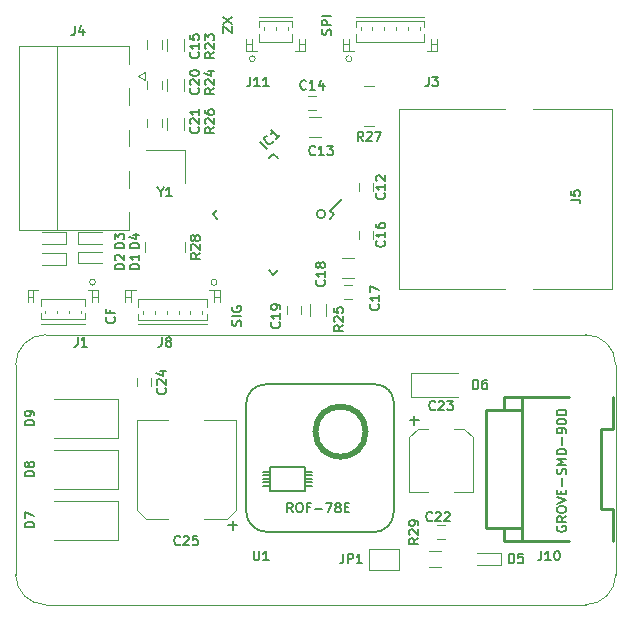
<source format=gbr>
G04 #@! TF.GenerationSoftware,KiCad,Pcbnew,(2017-06-19 revision 6733101c6)-makepkg*
G04 #@! TF.CreationDate,2017-07-31T00:47:17+09:30*
G04 #@! TF.ProjectId,ATM90E3x_fw,41544D39304533785F66772E6B696361,rev?*
G04 #@! TF.SameCoordinates,Original
G04 #@! TF.FileFunction,Legend,Top*
G04 #@! TF.FilePolarity,Positive*
%FSLAX46Y46*%
G04 Gerber Fmt 4.6, Leading zero omitted, Abs format (unit mm)*
G04 Created by KiCad (PCBNEW (2017-06-19 revision 6733101c6)-makepkg) date 07/31/17 00:47:17*
%MOMM*%
%LPD*%
G01*
G04 APERTURE LIST*
%ADD10C,0.100000*%
%ADD11C,0.200000*%
%ADD12C,0.120000*%
%ADD13C,0.254000*%
%ADD14C,0.127000*%
%ADD15C,0.500000*%
%ADD16C,0.150000*%
G04 APERTURE END LIST*
D10*
D11*
X115347714Y-67151238D02*
X115385809Y-67189333D01*
X115423904Y-67303619D01*
X115423904Y-67379809D01*
X115385809Y-67494095D01*
X115309619Y-67570285D01*
X115233428Y-67608380D01*
X115081047Y-67646476D01*
X114966761Y-67646476D01*
X114814380Y-67608380D01*
X114738190Y-67570285D01*
X114662000Y-67494095D01*
X114623904Y-67379809D01*
X114623904Y-67303619D01*
X114662000Y-67189333D01*
X114700095Y-67151238D01*
X115004857Y-66541714D02*
X115004857Y-66808380D01*
X115423904Y-66808380D02*
X114623904Y-66808380D01*
X114623904Y-66427428D01*
X126053809Y-67875047D02*
X126091904Y-67760761D01*
X126091904Y-67570285D01*
X126053809Y-67494095D01*
X126015714Y-67456000D01*
X125939523Y-67417904D01*
X125863333Y-67417904D01*
X125787142Y-67456000D01*
X125749047Y-67494095D01*
X125710952Y-67570285D01*
X125672857Y-67722666D01*
X125634761Y-67798857D01*
X125596666Y-67836952D01*
X125520476Y-67875047D01*
X125444285Y-67875047D01*
X125368095Y-67836952D01*
X125330000Y-67798857D01*
X125291904Y-67722666D01*
X125291904Y-67532190D01*
X125330000Y-67417904D01*
X126091904Y-67075047D02*
X125291904Y-67075047D01*
X125330000Y-66275047D02*
X125291904Y-66351238D01*
X125291904Y-66465523D01*
X125330000Y-66579809D01*
X125406190Y-66656000D01*
X125482380Y-66694095D01*
X125634761Y-66732190D01*
X125749047Y-66732190D01*
X125901428Y-66694095D01*
X125977619Y-66656000D01*
X126053809Y-66579809D01*
X126091904Y-66465523D01*
X126091904Y-66389333D01*
X126053809Y-66275047D01*
X126015714Y-66236952D01*
X125749047Y-66236952D01*
X125749047Y-66389333D01*
X124529904Y-43065619D02*
X124529904Y-42532285D01*
X125329904Y-43065619D01*
X125329904Y-42532285D01*
X124529904Y-42303714D02*
X125329904Y-41770380D01*
X124529904Y-41770380D02*
X125329904Y-42303714D01*
X133673809Y-43237047D02*
X133711904Y-43122761D01*
X133711904Y-42932285D01*
X133673809Y-42856095D01*
X133635714Y-42818000D01*
X133559523Y-42779904D01*
X133483333Y-42779904D01*
X133407142Y-42818000D01*
X133369047Y-42856095D01*
X133330952Y-42932285D01*
X133292857Y-43084666D01*
X133254761Y-43160857D01*
X133216666Y-43198952D01*
X133140476Y-43237047D01*
X133064285Y-43237047D01*
X132988095Y-43198952D01*
X132950000Y-43160857D01*
X132911904Y-43084666D01*
X132911904Y-42894190D01*
X132950000Y-42779904D01*
X133711904Y-42437047D02*
X132911904Y-42437047D01*
X132911904Y-42132285D01*
X132950000Y-42056095D01*
X132988095Y-42018000D01*
X133064285Y-41979904D01*
X133178571Y-41979904D01*
X133254761Y-42018000D01*
X133292857Y-42056095D01*
X133330952Y-42132285D01*
X133330952Y-42437047D01*
X133711904Y-41637047D02*
X132911904Y-41637047D01*
X133201210Y-58420000D02*
G75*
G03X133201210Y-58420000I-359210J0D01*
G01*
D12*
X117916000Y-46436000D02*
X117916000Y-47036000D01*
X117316000Y-46736000D02*
X117916000Y-46436000D01*
X117916000Y-47036000D02*
X117316000Y-46736000D01*
X110516000Y-44206000D02*
X110516000Y-59766000D01*
X116596000Y-54786000D02*
X116596000Y-56186000D01*
X116596000Y-51286000D02*
X116596000Y-52686000D01*
X116596000Y-47786000D02*
X116596000Y-49186000D01*
X116596000Y-59766000D02*
X116596000Y-58286000D01*
X116596000Y-44206000D02*
X116596000Y-45686000D01*
X107236000Y-59766000D02*
X116596000Y-59766000D01*
X107236000Y-44206000D02*
X107236000Y-59766000D01*
X116596000Y-44206000D02*
X107236000Y-44206000D01*
X109492000Y-66841000D02*
X109492000Y-66641000D01*
X110492000Y-66841000D02*
X110492000Y-66641000D01*
X111492000Y-66841000D02*
X111492000Y-66641000D01*
X112492000Y-66841000D02*
X112492000Y-66641000D01*
X109092000Y-65591000D02*
X109092000Y-66241000D01*
X112892000Y-65591000D02*
X109092000Y-65591000D01*
X112892000Y-66241000D02*
X112892000Y-65591000D01*
X109092000Y-67341000D02*
X109092000Y-66841000D01*
X112892000Y-67341000D02*
X109092000Y-67341000D01*
X112892000Y-66841000D02*
X112892000Y-67341000D01*
X107992000Y-65441000D02*
X108492000Y-65441000D01*
X107992000Y-65441000D02*
X107992000Y-65441000D01*
X108492000Y-65441000D02*
X107992000Y-65441000D01*
X108492000Y-65441000D02*
X108492000Y-65441000D01*
X108492000Y-64841000D02*
X108492000Y-64841000D01*
X108492000Y-65841000D02*
X108492000Y-64841000D01*
X108492000Y-65841000D02*
X108492000Y-65841000D01*
X108492000Y-64841000D02*
X108492000Y-65841000D01*
X107992000Y-64841000D02*
X108892000Y-64841000D01*
X107992000Y-65841000D02*
X107992000Y-64841000D01*
X113992000Y-65441000D02*
X113492000Y-65441000D01*
X113992000Y-65441000D02*
X113992000Y-65441000D01*
X113492000Y-65441000D02*
X113992000Y-65441000D01*
X113492000Y-65441000D02*
X113492000Y-65441000D01*
X113492000Y-64841000D02*
X113492000Y-64841000D01*
X113492000Y-65841000D02*
X113492000Y-64841000D01*
X113492000Y-65841000D02*
X113492000Y-65841000D01*
X113492000Y-64841000D02*
X113492000Y-65841000D01*
X113992000Y-64841000D02*
X113092000Y-64841000D01*
X113992000Y-65841000D02*
X113992000Y-64841000D01*
X112892000Y-67741000D02*
X109092000Y-67741000D01*
X113742000Y-64191000D02*
G75*
G03X113742000Y-64191000I-250000J0D01*
G01*
X124029000Y-64206000D02*
G75*
G03X124029000Y-64206000I-250000J0D01*
G01*
X123179000Y-67756000D02*
X117379000Y-67756000D01*
X124279000Y-65856000D02*
X124279000Y-64856000D01*
X124279000Y-64856000D02*
X123379000Y-64856000D01*
X123779000Y-64856000D02*
X123779000Y-65856000D01*
X123779000Y-65856000D02*
X123779000Y-65856000D01*
X123779000Y-65856000D02*
X123779000Y-64856000D01*
X123779000Y-64856000D02*
X123779000Y-64856000D01*
X123779000Y-65456000D02*
X123779000Y-65456000D01*
X123779000Y-65456000D02*
X124279000Y-65456000D01*
X124279000Y-65456000D02*
X124279000Y-65456000D01*
X124279000Y-65456000D02*
X123779000Y-65456000D01*
X116279000Y-65856000D02*
X116279000Y-64856000D01*
X116279000Y-64856000D02*
X117179000Y-64856000D01*
X116779000Y-64856000D02*
X116779000Y-65856000D01*
X116779000Y-65856000D02*
X116779000Y-65856000D01*
X116779000Y-65856000D02*
X116779000Y-64856000D01*
X116779000Y-64856000D02*
X116779000Y-64856000D01*
X116779000Y-65456000D02*
X116779000Y-65456000D01*
X116779000Y-65456000D02*
X116279000Y-65456000D01*
X116279000Y-65456000D02*
X116279000Y-65456000D01*
X116279000Y-65456000D02*
X116779000Y-65456000D01*
X123179000Y-66856000D02*
X123179000Y-67356000D01*
X123179000Y-67356000D02*
X117379000Y-67356000D01*
X117379000Y-67356000D02*
X117379000Y-66856000D01*
X123179000Y-66256000D02*
X123179000Y-65606000D01*
X123179000Y-65606000D02*
X117379000Y-65606000D01*
X117379000Y-65606000D02*
X117379000Y-66256000D01*
X122779000Y-66856000D02*
X122779000Y-66656000D01*
X121779000Y-66856000D02*
X121779000Y-66656000D01*
X120779000Y-66856000D02*
X120779000Y-66656000D01*
X119779000Y-66856000D02*
X119779000Y-66656000D01*
X118779000Y-66856000D02*
X118779000Y-66656000D01*
X117779000Y-66856000D02*
X117779000Y-66656000D01*
X141194000Y-42618000D02*
X141194000Y-42818000D01*
X140194000Y-42618000D02*
X140194000Y-42818000D01*
X139194000Y-42618000D02*
X139194000Y-42818000D01*
X138194000Y-42618000D02*
X138194000Y-42818000D01*
X137194000Y-42618000D02*
X137194000Y-42818000D01*
X136194000Y-42618000D02*
X136194000Y-42818000D01*
X141594000Y-43868000D02*
X141594000Y-43218000D01*
X135794000Y-43868000D02*
X141594000Y-43868000D01*
X135794000Y-43218000D02*
X135794000Y-43868000D01*
X141594000Y-42118000D02*
X141594000Y-42618000D01*
X135794000Y-42118000D02*
X141594000Y-42118000D01*
X135794000Y-42618000D02*
X135794000Y-42118000D01*
X142694000Y-44018000D02*
X142194000Y-44018000D01*
X142694000Y-44018000D02*
X142694000Y-44018000D01*
X142194000Y-44018000D02*
X142694000Y-44018000D01*
X142194000Y-44018000D02*
X142194000Y-44018000D01*
X142194000Y-44618000D02*
X142194000Y-44618000D01*
X142194000Y-43618000D02*
X142194000Y-44618000D01*
X142194000Y-43618000D02*
X142194000Y-43618000D01*
X142194000Y-44618000D02*
X142194000Y-43618000D01*
X142694000Y-44618000D02*
X141794000Y-44618000D01*
X142694000Y-43618000D02*
X142694000Y-44618000D01*
X134694000Y-44018000D02*
X135194000Y-44018000D01*
X134694000Y-44018000D02*
X134694000Y-44018000D01*
X135194000Y-44018000D02*
X134694000Y-44018000D01*
X135194000Y-44018000D02*
X135194000Y-44018000D01*
X135194000Y-44618000D02*
X135194000Y-44618000D01*
X135194000Y-43618000D02*
X135194000Y-44618000D01*
X135194000Y-43618000D02*
X135194000Y-43618000D01*
X135194000Y-44618000D02*
X135194000Y-43618000D01*
X134694000Y-44618000D02*
X135594000Y-44618000D01*
X134694000Y-43618000D02*
X134694000Y-44618000D01*
X135794000Y-41718000D02*
X141594000Y-41718000D01*
X135444000Y-45268000D02*
G75*
G03X135444000Y-45268000I-250000J0D01*
G01*
X130018000Y-42618000D02*
X130018000Y-42818000D01*
X129018000Y-42618000D02*
X129018000Y-42818000D01*
X128018000Y-42618000D02*
X128018000Y-42818000D01*
X130418000Y-43868000D02*
X130418000Y-43218000D01*
X127618000Y-43868000D02*
X130418000Y-43868000D01*
X127618000Y-43218000D02*
X127618000Y-43868000D01*
X130418000Y-42118000D02*
X130418000Y-42618000D01*
X127618000Y-42118000D02*
X130418000Y-42118000D01*
X127618000Y-42618000D02*
X127618000Y-42118000D01*
X131518000Y-44018000D02*
X131018000Y-44018000D01*
X131518000Y-44018000D02*
X131518000Y-44018000D01*
X131018000Y-44018000D02*
X131518000Y-44018000D01*
X131018000Y-44018000D02*
X131018000Y-44018000D01*
X131018000Y-44618000D02*
X131018000Y-44618000D01*
X131018000Y-43618000D02*
X131018000Y-44618000D01*
X131018000Y-43618000D02*
X131018000Y-43618000D01*
X131018000Y-44618000D02*
X131018000Y-43618000D01*
X131518000Y-44618000D02*
X130618000Y-44618000D01*
X131518000Y-43618000D02*
X131518000Y-44618000D01*
X126518000Y-44018000D02*
X127018000Y-44018000D01*
X126518000Y-44018000D02*
X126518000Y-44018000D01*
X127018000Y-44018000D02*
X126518000Y-44018000D01*
X127018000Y-44018000D02*
X127018000Y-44018000D01*
X127018000Y-44618000D02*
X127018000Y-44618000D01*
X127018000Y-43618000D02*
X127018000Y-44618000D01*
X127018000Y-43618000D02*
X127018000Y-43618000D01*
X127018000Y-44618000D02*
X127018000Y-43618000D01*
X126518000Y-44618000D02*
X127418000Y-44618000D01*
X126518000Y-43618000D02*
X126518000Y-44618000D01*
X127618000Y-41718000D02*
X130418000Y-41718000D01*
X127268000Y-45268000D02*
G75*
G03X127268000Y-45268000I-250000J0D01*
G01*
X135644000Y-62142000D02*
X134644000Y-62142000D01*
X134644000Y-63842000D02*
X135644000Y-63842000D01*
X132850000Y-50204000D02*
X131850000Y-50204000D01*
X131850000Y-51904000D02*
X132850000Y-51904000D01*
X115636000Y-85978000D02*
X115636000Y-82678000D01*
X115636000Y-82678000D02*
X110236000Y-82678000D01*
X115636000Y-85978000D02*
X110236000Y-85978000D01*
X115668000Y-81660000D02*
X115668000Y-78360000D01*
X115668000Y-78360000D02*
X110268000Y-78360000D01*
X115668000Y-81660000D02*
X110268000Y-81660000D01*
X115668000Y-77342000D02*
X115668000Y-74042000D01*
X115668000Y-74042000D02*
X110268000Y-74042000D01*
X115668000Y-77342000D02*
X110268000Y-77342000D01*
D13*
X157535880Y-83408520D02*
X157535880Y-86009480D01*
X156535120Y-83408520D02*
X157535880Y-83408520D01*
X156535120Y-76611480D02*
X156535120Y-83408520D01*
X157535880Y-76611480D02*
X156535120Y-76611480D01*
X157535880Y-74010520D02*
X157535880Y-76611480D01*
X156535120Y-83408520D02*
X157535880Y-83408520D01*
X156535120Y-76611480D02*
X156535120Y-83408520D01*
X157535880Y-76611480D02*
X156535120Y-76611480D01*
X146837400Y-75011280D02*
X148534120Y-75011280D01*
X146837400Y-85008720D02*
X146837400Y-75011280D01*
X148435060Y-85008720D02*
X146837400Y-85008720D01*
X153799540Y-86108540D02*
X148435060Y-86108540D01*
X153799540Y-73911460D02*
X148534120Y-73911460D01*
X149834600Y-86108540D02*
X153799540Y-86108540D01*
X149834600Y-73911460D02*
X153799540Y-73911460D01*
X148336000Y-84983320D02*
X148336000Y-86062820D01*
X148336000Y-73957180D02*
X148336000Y-75036680D01*
X148336000Y-86108540D02*
X149834600Y-86108540D01*
X148336000Y-85008720D02*
X148336000Y-86108540D01*
X149834600Y-85008720D02*
X148336000Y-85008720D01*
X149834600Y-85008720D02*
X149834600Y-86108540D01*
X149834600Y-75011280D02*
X149834600Y-85008720D01*
X148336000Y-75011280D02*
X149834600Y-75011280D01*
X148336000Y-73911460D02*
X148336000Y-75011280D01*
X149834600Y-73911460D02*
X148336000Y-73911460D01*
X157535880Y-83408520D02*
X157535880Y-86108540D01*
X157535880Y-73911460D02*
X157535880Y-76611480D01*
X149834600Y-73911460D02*
X149834600Y-75011280D01*
D12*
X140332000Y-81918000D02*
X141882000Y-81918000D01*
X145672000Y-81918000D02*
X144122000Y-81918000D01*
X141092000Y-76578000D02*
X141882000Y-76578000D01*
X144912000Y-76578000D02*
X144122000Y-76578000D01*
X145672000Y-81918000D02*
X145672000Y-77338000D01*
X145672000Y-77338000D02*
X144912000Y-76578000D01*
X141092000Y-76578000D02*
X140332000Y-77338000D01*
X140332000Y-77338000D02*
X140332000Y-81918000D01*
X125602000Y-75820000D02*
X122922000Y-75820000D01*
X117222000Y-75820000D02*
X119902000Y-75820000D01*
X117982000Y-84200000D02*
X119902000Y-84200000D01*
X124842000Y-84200000D02*
X122922000Y-84200000D01*
X125602000Y-75820000D02*
X125602000Y-83440000D01*
X125602000Y-83440000D02*
X124842000Y-84200000D01*
X117982000Y-84200000D02*
X117222000Y-83440000D01*
X117222000Y-83440000D02*
X117222000Y-75820000D01*
X142652000Y-84744000D02*
X143352000Y-84744000D01*
X143352000Y-85944000D02*
X142652000Y-85944000D01*
X118456000Y-72294000D02*
X118456000Y-72994000D01*
X117256000Y-72994000D02*
X117256000Y-72294000D01*
X139446000Y-86740000D02*
X136906000Y-86740000D01*
X136906000Y-88520000D02*
X139446000Y-88520000D01*
X136906000Y-88520000D02*
X136906000Y-86740000D01*
X139446000Y-86740000D02*
X139446000Y-88520000D01*
X157476000Y-64799000D02*
X157476000Y-49559000D01*
X139446000Y-49559000D02*
X148436000Y-49569000D01*
X139446000Y-49559000D02*
X139446000Y-64799000D01*
X139446000Y-64799000D02*
X148446000Y-64799000D01*
X150776000Y-49569000D02*
X157476000Y-49559000D01*
X150766000Y-64799000D02*
X157476000Y-64799000D01*
X136506000Y-47556000D02*
X137306000Y-47556000D01*
X136506000Y-50996000D02*
X137306000Y-50996000D01*
X140498000Y-71898000D02*
X140498000Y-73898000D01*
X140498000Y-73898000D02*
X144398000Y-73898000D01*
X140498000Y-71898000D02*
X144398000Y-71898000D01*
X148112000Y-88130000D02*
X148112000Y-87130000D01*
X148112000Y-87130000D02*
X146012000Y-87130000D01*
X148112000Y-88130000D02*
X146012000Y-88130000D01*
X142994000Y-88310000D02*
X141994000Y-88310000D01*
X141994000Y-86950000D02*
X142994000Y-86950000D01*
X117914000Y-61614000D02*
X117914000Y-60814000D01*
X121354000Y-61614000D02*
X121354000Y-60814000D01*
D10*
X109525000Y-91490800D02*
X155245000Y-91490800D01*
X157785000Y-88950800D02*
X157785000Y-71170800D01*
X155245000Y-68630800D02*
X109525000Y-68630800D01*
X106985000Y-71170800D02*
X106985000Y-88950800D01*
X155245000Y-91490800D02*
G75*
G03X157785000Y-88950800I0J2540000D01*
G01*
X157785000Y-71170800D02*
G75*
G03X155245000Y-68630800I-2540000J0D01*
G01*
X109525000Y-68630800D02*
G75*
G03X106985000Y-71170800I0J-2540000D01*
G01*
X106985000Y-88950800D02*
G75*
G03X109525000Y-91490800I2540000J0D01*
G01*
D12*
X131742000Y-48422000D02*
X132442000Y-48422000D01*
X132442000Y-49622000D02*
X131742000Y-49622000D01*
X118145000Y-44407000D02*
X118145000Y-43707000D01*
X119345000Y-43707000D02*
X119345000Y-44407000D01*
X136052000Y-60536000D02*
X136052000Y-59836000D01*
X137252000Y-59836000D02*
X137252000Y-60536000D01*
X134778000Y-64424000D02*
X135478000Y-64424000D01*
X135478000Y-65624000D02*
X134778000Y-65624000D01*
X131156000Y-66186000D02*
X131156000Y-66886000D01*
X129956000Y-66886000D02*
X129956000Y-66186000D01*
X118145000Y-51035000D02*
X118145000Y-50335000D01*
X119345000Y-50335000D02*
X119345000Y-51035000D01*
X136052000Y-56496000D02*
X136052000Y-55796000D01*
X137252000Y-55796000D02*
X137252000Y-56496000D01*
X118145000Y-47860000D02*
X118145000Y-47160000D01*
X119345000Y-47160000D02*
X119345000Y-47860000D01*
X121284000Y-55756000D02*
X121284000Y-52956000D01*
X121284000Y-52956000D02*
X117984000Y-52956000D01*
X119843000Y-44581000D02*
X119843000Y-43581000D01*
X121203000Y-43581000D02*
X121203000Y-44581000D01*
X119843000Y-47986000D02*
X119843000Y-46986000D01*
X121203000Y-46986000D02*
X121203000Y-47986000D01*
X133268000Y-66060000D02*
X133268000Y-67060000D01*
X131908000Y-67060000D02*
X131908000Y-66060000D01*
X119843000Y-51288000D02*
X119843000Y-50288000D01*
X121203000Y-50288000D02*
X121203000Y-51288000D01*
D14*
X127892000Y-81444000D02*
X128492000Y-81444000D01*
X127892000Y-81144000D02*
X128492000Y-81144000D01*
X127892000Y-80844000D02*
X128492000Y-80844000D01*
X127892000Y-80544000D02*
X128492000Y-80544000D01*
X127892000Y-80244000D02*
X128492000Y-80244000D01*
X131492000Y-81444000D02*
X132092000Y-81444000D01*
X131492000Y-81144000D02*
X132092000Y-81144000D01*
X131492000Y-80844000D02*
X132092000Y-80844000D01*
X131492000Y-80544000D02*
X132092000Y-80544000D01*
X131492000Y-80244000D02*
X132092000Y-80244000D01*
X128492000Y-80244000D02*
X128492000Y-79844000D01*
X128492000Y-81144000D02*
X128492000Y-80244000D01*
X128492000Y-81444000D02*
X128492000Y-81144000D01*
X128492000Y-81844000D02*
X128492000Y-81444000D01*
X131492000Y-81844000D02*
X128492000Y-81844000D01*
X131492000Y-81444000D02*
X131492000Y-81844000D01*
X131492000Y-81144000D02*
X131492000Y-81444000D01*
X131492000Y-80844000D02*
X131492000Y-81144000D01*
X131492000Y-80544000D02*
X131492000Y-80844000D01*
X131492000Y-80244000D02*
X131492000Y-80544000D01*
X131492000Y-79844000D02*
X131492000Y-80244000D01*
X128492000Y-79844000D02*
X131492000Y-79844000D01*
D15*
X136613300Y-76844000D02*
G75*
G03X136613300Y-76844000I-2121300J0D01*
G01*
D14*
X128288050Y-85344000D02*
G75*
G02X126492000Y-83547950I0J1796050D01*
G01*
X137331300Y-85344000D02*
X128288050Y-85344000D01*
X138991980Y-83683320D02*
G75*
G02X137331300Y-85344000I-1660680J0D01*
G01*
X138992000Y-74357200D02*
X138992000Y-83683340D01*
X137478800Y-72844000D02*
G75*
G02X138992000Y-74357200I0J-1513200D01*
G01*
X128152660Y-72844000D02*
X137478800Y-72844000D01*
X126491980Y-74504720D02*
G75*
G02X128152660Y-72844000I1660700J20D01*
G01*
X126492000Y-83547950D02*
X126492000Y-74504700D01*
D12*
X112238000Y-59952000D02*
X112238000Y-60952000D01*
X112238000Y-60952000D02*
X114338000Y-60952000D01*
X112238000Y-59952000D02*
X114338000Y-59952000D01*
X111282000Y-60952000D02*
X111282000Y-59952000D01*
X111282000Y-59952000D02*
X109182000Y-59952000D01*
X111282000Y-60952000D02*
X109182000Y-60952000D01*
X111282000Y-62730000D02*
X111282000Y-61730000D01*
X111282000Y-61730000D02*
X109182000Y-61730000D01*
X111282000Y-62730000D02*
X109182000Y-62730000D01*
X112238000Y-61603000D02*
X112238000Y-62603000D01*
X112238000Y-62603000D02*
X114338000Y-62603000D01*
X112238000Y-61603000D02*
X114338000Y-61603000D01*
D16*
X133937524Y-58442800D02*
X133637004Y-58142280D01*
X128811000Y-63569324D02*
X128439769Y-63198093D01*
X123684476Y-58442800D02*
X124055707Y-58814031D01*
X128811000Y-53316276D02*
X129182231Y-53687507D01*
X133937524Y-58442800D02*
X133566293Y-58814031D01*
X128811000Y-53316276D02*
X128439769Y-53687507D01*
X123684476Y-58442800D02*
X124055707Y-58071569D01*
X128811000Y-63569324D02*
X129182231Y-63198093D01*
X133637004Y-58142280D02*
X134609276Y-57170008D01*
D11*
X112001333Y-42487904D02*
X112001333Y-43059333D01*
X111963238Y-43173619D01*
X111887047Y-43249809D01*
X111772761Y-43287904D01*
X111696571Y-43287904D01*
X112725142Y-42754571D02*
X112725142Y-43287904D01*
X112534666Y-42449809D02*
X112344190Y-43021238D01*
X112839428Y-43021238D01*
X112225333Y-68840404D02*
X112225333Y-69411833D01*
X112187238Y-69526119D01*
X112111047Y-69602309D01*
X111996761Y-69640404D01*
X111920571Y-69640404D01*
X113025333Y-69640404D02*
X112568190Y-69640404D01*
X112796761Y-69640404D02*
X112796761Y-68840404D01*
X112720571Y-68954690D01*
X112644380Y-69030880D01*
X112568190Y-69068976D01*
X119367333Y-68855404D02*
X119367333Y-69426833D01*
X119329238Y-69541119D01*
X119253047Y-69617309D01*
X119138761Y-69655404D01*
X119062571Y-69655404D01*
X119862571Y-69198261D02*
X119786380Y-69160166D01*
X119748285Y-69122071D01*
X119710190Y-69045880D01*
X119710190Y-69007785D01*
X119748285Y-68931595D01*
X119786380Y-68893500D01*
X119862571Y-68855404D01*
X120014952Y-68855404D01*
X120091142Y-68893500D01*
X120129238Y-68931595D01*
X120167333Y-69007785D01*
X120167333Y-69045880D01*
X120129238Y-69122071D01*
X120091142Y-69160166D01*
X120014952Y-69198261D01*
X119862571Y-69198261D01*
X119786380Y-69236357D01*
X119748285Y-69274452D01*
X119710190Y-69350642D01*
X119710190Y-69503023D01*
X119748285Y-69579214D01*
X119786380Y-69617309D01*
X119862571Y-69655404D01*
X120014952Y-69655404D01*
X120091142Y-69617309D01*
X120129238Y-69579214D01*
X120167333Y-69503023D01*
X120167333Y-69350642D01*
X120129238Y-69274452D01*
X120091142Y-69236357D01*
X120014952Y-69198261D01*
X141973333Y-46805904D02*
X141973333Y-47377333D01*
X141935238Y-47491619D01*
X141859047Y-47567809D01*
X141744761Y-47605904D01*
X141668571Y-47605904D01*
X142278095Y-46805904D02*
X142773333Y-46805904D01*
X142506666Y-47110666D01*
X142620952Y-47110666D01*
X142697142Y-47148761D01*
X142735238Y-47186857D01*
X142773333Y-47263047D01*
X142773333Y-47453523D01*
X142735238Y-47529714D01*
X142697142Y-47567809D01*
X142620952Y-47605904D01*
X142392380Y-47605904D01*
X142316190Y-47567809D01*
X142278095Y-47529714D01*
X126860380Y-46805904D02*
X126860380Y-47377333D01*
X126822285Y-47491619D01*
X126746095Y-47567809D01*
X126631809Y-47605904D01*
X126555619Y-47605904D01*
X127660380Y-47605904D02*
X127203238Y-47605904D01*
X127431809Y-47605904D02*
X127431809Y-46805904D01*
X127355619Y-46920190D01*
X127279428Y-46996380D01*
X127203238Y-47034476D01*
X128422285Y-47605904D02*
X127965142Y-47605904D01*
X128193714Y-47605904D02*
X128193714Y-46805904D01*
X128117523Y-46920190D01*
X128041333Y-46996380D01*
X127965142Y-47034476D01*
X133127714Y-64014285D02*
X133165809Y-64052380D01*
X133203904Y-64166666D01*
X133203904Y-64242857D01*
X133165809Y-64357142D01*
X133089619Y-64433333D01*
X133013428Y-64471428D01*
X132861047Y-64509523D01*
X132746761Y-64509523D01*
X132594380Y-64471428D01*
X132518190Y-64433333D01*
X132442000Y-64357142D01*
X132403904Y-64242857D01*
X132403904Y-64166666D01*
X132442000Y-64052380D01*
X132480095Y-64014285D01*
X133203904Y-63252380D02*
X133203904Y-63709523D01*
X133203904Y-63480952D02*
X132403904Y-63480952D01*
X132518190Y-63557142D01*
X132594380Y-63633333D01*
X132632476Y-63709523D01*
X132746761Y-62795238D02*
X132708666Y-62871428D01*
X132670571Y-62909523D01*
X132594380Y-62947619D01*
X132556285Y-62947619D01*
X132480095Y-62909523D01*
X132442000Y-62871428D01*
X132403904Y-62795238D01*
X132403904Y-62642857D01*
X132442000Y-62566666D01*
X132480095Y-62528571D01*
X132556285Y-62490476D01*
X132594380Y-62490476D01*
X132670571Y-62528571D01*
X132708666Y-62566666D01*
X132746761Y-62642857D01*
X132746761Y-62795238D01*
X132784857Y-62871428D01*
X132822952Y-62909523D01*
X132899142Y-62947619D01*
X133051523Y-62947619D01*
X133127714Y-62909523D01*
X133165809Y-62871428D01*
X133203904Y-62795238D01*
X133203904Y-62642857D01*
X133165809Y-62566666D01*
X133127714Y-62528571D01*
X133051523Y-62490476D01*
X132899142Y-62490476D01*
X132822952Y-62528571D01*
X132784857Y-62566666D01*
X132746761Y-62642857D01*
X132327714Y-53371714D02*
X132289619Y-53409809D01*
X132175333Y-53447904D01*
X132099142Y-53447904D01*
X131984857Y-53409809D01*
X131908666Y-53333619D01*
X131870571Y-53257428D01*
X131832476Y-53105047D01*
X131832476Y-52990761D01*
X131870571Y-52838380D01*
X131908666Y-52762190D01*
X131984857Y-52686000D01*
X132099142Y-52647904D01*
X132175333Y-52647904D01*
X132289619Y-52686000D01*
X132327714Y-52724095D01*
X133089619Y-53447904D02*
X132632476Y-53447904D01*
X132861047Y-53447904D02*
X132861047Y-52647904D01*
X132784857Y-52762190D01*
X132708666Y-52838380D01*
X132632476Y-52876476D01*
X133356285Y-52647904D02*
X133851523Y-52647904D01*
X133584857Y-52952666D01*
X133699142Y-52952666D01*
X133775333Y-52990761D01*
X133813428Y-53028857D01*
X133851523Y-53105047D01*
X133851523Y-53295523D01*
X133813428Y-53371714D01*
X133775333Y-53409809D01*
X133699142Y-53447904D01*
X133470571Y-53447904D01*
X133394380Y-53409809D01*
X133356285Y-53371714D01*
X108565904Y-84918476D02*
X107765904Y-84918476D01*
X107765904Y-84728000D01*
X107804000Y-84613714D01*
X107880190Y-84537523D01*
X107956380Y-84499428D01*
X108108761Y-84461333D01*
X108223047Y-84461333D01*
X108375428Y-84499428D01*
X108451619Y-84537523D01*
X108527809Y-84613714D01*
X108565904Y-84728000D01*
X108565904Y-84918476D01*
X107765904Y-84194666D02*
X107765904Y-83661333D01*
X108565904Y-84004190D01*
X108565904Y-80600476D02*
X107765904Y-80600476D01*
X107765904Y-80410000D01*
X107804000Y-80295714D01*
X107880190Y-80219523D01*
X107956380Y-80181428D01*
X108108761Y-80143333D01*
X108223047Y-80143333D01*
X108375428Y-80181428D01*
X108451619Y-80219523D01*
X108527809Y-80295714D01*
X108565904Y-80410000D01*
X108565904Y-80600476D01*
X108108761Y-79686190D02*
X108070666Y-79762380D01*
X108032571Y-79800476D01*
X107956380Y-79838571D01*
X107918285Y-79838571D01*
X107842095Y-79800476D01*
X107804000Y-79762380D01*
X107765904Y-79686190D01*
X107765904Y-79533809D01*
X107804000Y-79457619D01*
X107842095Y-79419523D01*
X107918285Y-79381428D01*
X107956380Y-79381428D01*
X108032571Y-79419523D01*
X108070666Y-79457619D01*
X108108761Y-79533809D01*
X108108761Y-79686190D01*
X108146857Y-79762380D01*
X108184952Y-79800476D01*
X108261142Y-79838571D01*
X108413523Y-79838571D01*
X108489714Y-79800476D01*
X108527809Y-79762380D01*
X108565904Y-79686190D01*
X108565904Y-79533809D01*
X108527809Y-79457619D01*
X108489714Y-79419523D01*
X108413523Y-79381428D01*
X108261142Y-79381428D01*
X108184952Y-79419523D01*
X108146857Y-79457619D01*
X108108761Y-79533809D01*
X108565904Y-76282476D02*
X107765904Y-76282476D01*
X107765904Y-76092000D01*
X107804000Y-75977714D01*
X107880190Y-75901523D01*
X107956380Y-75863428D01*
X108108761Y-75825333D01*
X108223047Y-75825333D01*
X108375428Y-75863428D01*
X108451619Y-75901523D01*
X108527809Y-75977714D01*
X108565904Y-76092000D01*
X108565904Y-76282476D01*
X108565904Y-75444380D02*
X108565904Y-75292000D01*
X108527809Y-75215809D01*
X108489714Y-75177714D01*
X108375428Y-75101523D01*
X108223047Y-75063428D01*
X107918285Y-75063428D01*
X107842095Y-75101523D01*
X107804000Y-75139619D01*
X107765904Y-75215809D01*
X107765904Y-75368190D01*
X107804000Y-75444380D01*
X107842095Y-75482476D01*
X107918285Y-75520571D01*
X108108761Y-75520571D01*
X108184952Y-75482476D01*
X108223047Y-75444380D01*
X108261142Y-75368190D01*
X108261142Y-75215809D01*
X108223047Y-75139619D01*
X108184952Y-75101523D01*
X108108761Y-75063428D01*
X151498380Y-86937904D02*
X151498380Y-87509333D01*
X151460285Y-87623619D01*
X151384095Y-87699809D01*
X151269809Y-87737904D01*
X151193619Y-87737904D01*
X152298380Y-87737904D02*
X151841238Y-87737904D01*
X152069809Y-87737904D02*
X152069809Y-86937904D01*
X151993619Y-87052190D01*
X151917428Y-87128380D01*
X151841238Y-87166476D01*
X152793619Y-86937904D02*
X152869809Y-86937904D01*
X152946000Y-86976000D01*
X152984095Y-87014095D01*
X153022190Y-87090285D01*
X153060285Y-87242666D01*
X153060285Y-87433142D01*
X153022190Y-87585523D01*
X152984095Y-87661714D01*
X152946000Y-87699809D01*
X152869809Y-87737904D01*
X152793619Y-87737904D01*
X152717428Y-87699809D01*
X152679333Y-87661714D01*
X152641238Y-87585523D01*
X152603142Y-87433142D01*
X152603142Y-87242666D01*
X152641238Y-87090285D01*
X152679333Y-87014095D01*
X152717428Y-86976000D01*
X152793619Y-86937904D01*
X152825500Y-84841761D02*
X152787404Y-84917952D01*
X152787404Y-85032238D01*
X152825500Y-85146523D01*
X152901690Y-85222714D01*
X152977880Y-85260809D01*
X153130261Y-85298904D01*
X153244547Y-85298904D01*
X153396928Y-85260809D01*
X153473119Y-85222714D01*
X153549309Y-85146523D01*
X153587404Y-85032238D01*
X153587404Y-84956047D01*
X153549309Y-84841761D01*
X153511214Y-84803666D01*
X153244547Y-84803666D01*
X153244547Y-84956047D01*
X153587404Y-84003666D02*
X153206452Y-84270333D01*
X153587404Y-84460809D02*
X152787404Y-84460809D01*
X152787404Y-84156047D01*
X152825500Y-84079857D01*
X152863595Y-84041761D01*
X152939785Y-84003666D01*
X153054071Y-84003666D01*
X153130261Y-84041761D01*
X153168357Y-84079857D01*
X153206452Y-84156047D01*
X153206452Y-84460809D01*
X152787404Y-83508428D02*
X152787404Y-83356047D01*
X152825500Y-83279857D01*
X152901690Y-83203666D01*
X153054071Y-83165571D01*
X153320738Y-83165571D01*
X153473119Y-83203666D01*
X153549309Y-83279857D01*
X153587404Y-83356047D01*
X153587404Y-83508428D01*
X153549309Y-83584619D01*
X153473119Y-83660809D01*
X153320738Y-83698904D01*
X153054071Y-83698904D01*
X152901690Y-83660809D01*
X152825500Y-83584619D01*
X152787404Y-83508428D01*
X152787404Y-82937000D02*
X153587404Y-82670333D01*
X152787404Y-82403666D01*
X153168357Y-82137000D02*
X153168357Y-81870333D01*
X153587404Y-81756047D02*
X153587404Y-82137000D01*
X152787404Y-82137000D01*
X152787404Y-81756047D01*
X153282642Y-81413190D02*
X153282642Y-80803666D01*
X153549309Y-80460809D02*
X153587404Y-80346523D01*
X153587404Y-80156047D01*
X153549309Y-80079857D01*
X153511214Y-80041761D01*
X153435023Y-80003666D01*
X153358833Y-80003666D01*
X153282642Y-80041761D01*
X153244547Y-80079857D01*
X153206452Y-80156047D01*
X153168357Y-80308428D01*
X153130261Y-80384619D01*
X153092166Y-80422714D01*
X153015976Y-80460809D01*
X152939785Y-80460809D01*
X152863595Y-80422714D01*
X152825500Y-80384619D01*
X152787404Y-80308428D01*
X152787404Y-80117952D01*
X152825500Y-80003666D01*
X153587404Y-79660809D02*
X152787404Y-79660809D01*
X153358833Y-79394142D01*
X152787404Y-79127476D01*
X153587404Y-79127476D01*
X153587404Y-78746523D02*
X152787404Y-78746523D01*
X152787404Y-78556047D01*
X152825500Y-78441761D01*
X152901690Y-78365571D01*
X152977880Y-78327476D01*
X153130261Y-78289380D01*
X153244547Y-78289380D01*
X153396928Y-78327476D01*
X153473119Y-78365571D01*
X153549309Y-78441761D01*
X153587404Y-78556047D01*
X153587404Y-78746523D01*
X153282642Y-77946523D02*
X153282642Y-77337000D01*
X153587404Y-76917952D02*
X153587404Y-76765571D01*
X153549309Y-76689380D01*
X153511214Y-76651285D01*
X153396928Y-76575095D01*
X153244547Y-76537000D01*
X152939785Y-76537000D01*
X152863595Y-76575095D01*
X152825500Y-76613190D01*
X152787404Y-76689380D01*
X152787404Y-76841761D01*
X152825500Y-76917952D01*
X152863595Y-76956047D01*
X152939785Y-76994142D01*
X153130261Y-76994142D01*
X153206452Y-76956047D01*
X153244547Y-76917952D01*
X153282642Y-76841761D01*
X153282642Y-76689380D01*
X153244547Y-76613190D01*
X153206452Y-76575095D01*
X153130261Y-76537000D01*
X152787404Y-76041761D02*
X152787404Y-75965571D01*
X152825500Y-75889380D01*
X152863595Y-75851285D01*
X152939785Y-75813190D01*
X153092166Y-75775095D01*
X153282642Y-75775095D01*
X153435023Y-75813190D01*
X153511214Y-75851285D01*
X153549309Y-75889380D01*
X153587404Y-75965571D01*
X153587404Y-76041761D01*
X153549309Y-76117952D01*
X153511214Y-76156047D01*
X153435023Y-76194142D01*
X153282642Y-76232238D01*
X153092166Y-76232238D01*
X152939785Y-76194142D01*
X152863595Y-76156047D01*
X152825500Y-76117952D01*
X152787404Y-76041761D01*
X153587404Y-75432238D02*
X152787404Y-75432238D01*
X152787404Y-75241761D01*
X152825500Y-75127476D01*
X152901690Y-75051285D01*
X152977880Y-75013190D01*
X153130261Y-74975095D01*
X153244547Y-74975095D01*
X153396928Y-75013190D01*
X153473119Y-75051285D01*
X153549309Y-75127476D01*
X153587404Y-75241761D01*
X153587404Y-75432238D01*
X142487714Y-74961714D02*
X142449619Y-74999809D01*
X142335333Y-75037904D01*
X142259142Y-75037904D01*
X142144857Y-74999809D01*
X142068666Y-74923619D01*
X142030571Y-74847428D01*
X141992476Y-74695047D01*
X141992476Y-74580761D01*
X142030571Y-74428380D01*
X142068666Y-74352190D01*
X142144857Y-74276000D01*
X142259142Y-74237904D01*
X142335333Y-74237904D01*
X142449619Y-74276000D01*
X142487714Y-74314095D01*
X142792476Y-74314095D02*
X142830571Y-74276000D01*
X142906761Y-74237904D01*
X143097238Y-74237904D01*
X143173428Y-74276000D01*
X143211523Y-74314095D01*
X143249619Y-74390285D01*
X143249619Y-74466476D01*
X143211523Y-74580761D01*
X142754380Y-75037904D01*
X143249619Y-75037904D01*
X143516285Y-74237904D02*
X144011523Y-74237904D01*
X143744857Y-74542666D01*
X143859142Y-74542666D01*
X143935333Y-74580761D01*
X143973428Y-74618857D01*
X144011523Y-74695047D01*
X144011523Y-74885523D01*
X143973428Y-74961714D01*
X143935333Y-74999809D01*
X143859142Y-75037904D01*
X143630571Y-75037904D01*
X143554380Y-74999809D01*
X143516285Y-74961714D01*
D16*
X140723428Y-76248952D02*
X140723428Y-75487047D01*
X141104380Y-75868000D02*
X140342476Y-75868000D01*
D11*
X120897714Y-86391714D02*
X120859619Y-86429809D01*
X120745333Y-86467904D01*
X120669142Y-86467904D01*
X120554857Y-86429809D01*
X120478666Y-86353619D01*
X120440571Y-86277428D01*
X120402476Y-86125047D01*
X120402476Y-86010761D01*
X120440571Y-85858380D01*
X120478666Y-85782190D01*
X120554857Y-85706000D01*
X120669142Y-85667904D01*
X120745333Y-85667904D01*
X120859619Y-85706000D01*
X120897714Y-85744095D01*
X121202476Y-85744095D02*
X121240571Y-85706000D01*
X121316761Y-85667904D01*
X121507238Y-85667904D01*
X121583428Y-85706000D01*
X121621523Y-85744095D01*
X121659619Y-85820285D01*
X121659619Y-85896476D01*
X121621523Y-86010761D01*
X121164380Y-86467904D01*
X121659619Y-86467904D01*
X122383428Y-85667904D02*
X122002476Y-85667904D01*
X121964380Y-86048857D01*
X122002476Y-86010761D01*
X122078666Y-85972666D01*
X122269142Y-85972666D01*
X122345333Y-86010761D01*
X122383428Y-86048857D01*
X122421523Y-86125047D01*
X122421523Y-86315523D01*
X122383428Y-86391714D01*
X122345333Y-86429809D01*
X122269142Y-86467904D01*
X122078666Y-86467904D01*
X122002476Y-86429809D01*
X121964380Y-86391714D01*
D16*
X125383428Y-85170952D02*
X125383428Y-84409047D01*
X125764380Y-84790000D02*
X125002476Y-84790000D01*
D11*
X142233714Y-84359714D02*
X142195619Y-84397809D01*
X142081333Y-84435904D01*
X142005142Y-84435904D01*
X141890857Y-84397809D01*
X141814666Y-84321619D01*
X141776571Y-84245428D01*
X141738476Y-84093047D01*
X141738476Y-83978761D01*
X141776571Y-83826380D01*
X141814666Y-83750190D01*
X141890857Y-83674000D01*
X142005142Y-83635904D01*
X142081333Y-83635904D01*
X142195619Y-83674000D01*
X142233714Y-83712095D01*
X142538476Y-83712095D02*
X142576571Y-83674000D01*
X142652761Y-83635904D01*
X142843238Y-83635904D01*
X142919428Y-83674000D01*
X142957523Y-83712095D01*
X142995619Y-83788285D01*
X142995619Y-83864476D01*
X142957523Y-83978761D01*
X142500380Y-84435904D01*
X142995619Y-84435904D01*
X143300380Y-83712095D02*
X143338476Y-83674000D01*
X143414666Y-83635904D01*
X143605142Y-83635904D01*
X143681333Y-83674000D01*
X143719428Y-83712095D01*
X143757523Y-83788285D01*
X143757523Y-83864476D01*
X143719428Y-83978761D01*
X143262285Y-84435904D01*
X143757523Y-84435904D01*
X119641714Y-73158285D02*
X119679809Y-73196380D01*
X119717904Y-73310666D01*
X119717904Y-73386857D01*
X119679809Y-73501142D01*
X119603619Y-73577333D01*
X119527428Y-73615428D01*
X119375047Y-73653523D01*
X119260761Y-73653523D01*
X119108380Y-73615428D01*
X119032190Y-73577333D01*
X118956000Y-73501142D01*
X118917904Y-73386857D01*
X118917904Y-73310666D01*
X118956000Y-73196380D01*
X118994095Y-73158285D01*
X118994095Y-72853523D02*
X118956000Y-72815428D01*
X118917904Y-72739238D01*
X118917904Y-72548761D01*
X118956000Y-72472571D01*
X118994095Y-72434476D01*
X119070285Y-72396380D01*
X119146476Y-72396380D01*
X119260761Y-72434476D01*
X119717904Y-72891619D01*
X119717904Y-72396380D01*
X119184571Y-71710666D02*
X119717904Y-71710666D01*
X118879809Y-71901142D02*
X119451238Y-72091619D01*
X119451238Y-71596380D01*
X134715333Y-87191904D02*
X134715333Y-87763333D01*
X134677238Y-87877619D01*
X134601047Y-87953809D01*
X134486761Y-87991904D01*
X134410571Y-87991904D01*
X135096285Y-87991904D02*
X135096285Y-87191904D01*
X135401047Y-87191904D01*
X135477238Y-87230000D01*
X135515333Y-87268095D01*
X135553428Y-87344285D01*
X135553428Y-87458571D01*
X135515333Y-87534761D01*
X135477238Y-87572857D01*
X135401047Y-87610952D01*
X135096285Y-87610952D01*
X136315333Y-87991904D02*
X135858190Y-87991904D01*
X136086761Y-87991904D02*
X136086761Y-87191904D01*
X136010571Y-87306190D01*
X135934380Y-87382380D01*
X135858190Y-87420476D01*
X153997904Y-57195666D02*
X154569333Y-57195666D01*
X154683619Y-57233761D01*
X154759809Y-57309952D01*
X154797904Y-57424238D01*
X154797904Y-57500428D01*
X153997904Y-56433761D02*
X153997904Y-56814714D01*
X154378857Y-56852809D01*
X154340761Y-56814714D01*
X154302666Y-56738523D01*
X154302666Y-56548047D01*
X154340761Y-56471857D01*
X154378857Y-56433761D01*
X154455047Y-56395666D01*
X154645523Y-56395666D01*
X154721714Y-56433761D01*
X154759809Y-56471857D01*
X154797904Y-56548047D01*
X154797904Y-56738523D01*
X154759809Y-56814714D01*
X154721714Y-56852809D01*
X136391714Y-52237904D02*
X136125047Y-51856952D01*
X135934571Y-52237904D02*
X135934571Y-51437904D01*
X136239333Y-51437904D01*
X136315523Y-51476000D01*
X136353619Y-51514095D01*
X136391714Y-51590285D01*
X136391714Y-51704571D01*
X136353619Y-51780761D01*
X136315523Y-51818857D01*
X136239333Y-51856952D01*
X135934571Y-51856952D01*
X136696476Y-51514095D02*
X136734571Y-51476000D01*
X136810761Y-51437904D01*
X137001238Y-51437904D01*
X137077428Y-51476000D01*
X137115523Y-51514095D01*
X137153619Y-51590285D01*
X137153619Y-51666476D01*
X137115523Y-51780761D01*
X136658380Y-52237904D01*
X137153619Y-52237904D01*
X137420285Y-51437904D02*
X137953619Y-51437904D01*
X137610761Y-52237904D01*
X145713523Y-73259904D02*
X145713523Y-72459904D01*
X145904000Y-72459904D01*
X146018285Y-72498000D01*
X146094476Y-72574190D01*
X146132571Y-72650380D01*
X146170666Y-72802761D01*
X146170666Y-72917047D01*
X146132571Y-73069428D01*
X146094476Y-73145619D01*
X146018285Y-73221809D01*
X145904000Y-73259904D01*
X145713523Y-73259904D01*
X146856380Y-72459904D02*
X146704000Y-72459904D01*
X146627809Y-72498000D01*
X146589714Y-72536095D01*
X146513523Y-72650380D01*
X146475428Y-72802761D01*
X146475428Y-73107523D01*
X146513523Y-73183714D01*
X146551619Y-73221809D01*
X146627809Y-73259904D01*
X146780190Y-73259904D01*
X146856380Y-73221809D01*
X146894476Y-73183714D01*
X146932571Y-73107523D01*
X146932571Y-72917047D01*
X146894476Y-72840857D01*
X146856380Y-72802761D01*
X146780190Y-72764666D01*
X146627809Y-72764666D01*
X146551619Y-72802761D01*
X146513523Y-72840857D01*
X146475428Y-72917047D01*
X148761523Y-87991904D02*
X148761523Y-87191904D01*
X148952000Y-87191904D01*
X149066285Y-87230000D01*
X149142476Y-87306190D01*
X149180571Y-87382380D01*
X149218666Y-87534761D01*
X149218666Y-87649047D01*
X149180571Y-87801428D01*
X149142476Y-87877619D01*
X149066285Y-87953809D01*
X148952000Y-87991904D01*
X148761523Y-87991904D01*
X149942476Y-87191904D02*
X149561523Y-87191904D01*
X149523428Y-87572857D01*
X149561523Y-87534761D01*
X149637714Y-87496666D01*
X149828190Y-87496666D01*
X149904380Y-87534761D01*
X149942476Y-87572857D01*
X149980571Y-87649047D01*
X149980571Y-87839523D01*
X149942476Y-87915714D01*
X149904380Y-87953809D01*
X149828190Y-87991904D01*
X149637714Y-87991904D01*
X149561523Y-87953809D01*
X149523428Y-87915714D01*
X141077904Y-85858285D02*
X140696952Y-86124952D01*
X141077904Y-86315428D02*
X140277904Y-86315428D01*
X140277904Y-86010666D01*
X140316000Y-85934476D01*
X140354095Y-85896380D01*
X140430285Y-85858285D01*
X140544571Y-85858285D01*
X140620761Y-85896380D01*
X140658857Y-85934476D01*
X140696952Y-86010666D01*
X140696952Y-86315428D01*
X140354095Y-85553523D02*
X140316000Y-85515428D01*
X140277904Y-85439238D01*
X140277904Y-85248761D01*
X140316000Y-85172571D01*
X140354095Y-85134476D01*
X140430285Y-85096380D01*
X140506476Y-85096380D01*
X140620761Y-85134476D01*
X141077904Y-85591619D01*
X141077904Y-85096380D01*
X141077904Y-84715428D02*
X141077904Y-84563047D01*
X141039809Y-84486857D01*
X141001714Y-84448761D01*
X140887428Y-84372571D01*
X140735047Y-84334476D01*
X140430285Y-84334476D01*
X140354095Y-84372571D01*
X140316000Y-84410666D01*
X140277904Y-84486857D01*
X140277904Y-84639238D01*
X140316000Y-84715428D01*
X140354095Y-84753523D01*
X140430285Y-84791619D01*
X140620761Y-84791619D01*
X140696952Y-84753523D01*
X140735047Y-84715428D01*
X140773142Y-84639238D01*
X140773142Y-84486857D01*
X140735047Y-84410666D01*
X140696952Y-84372571D01*
X140620761Y-84334476D01*
X122595904Y-61728285D02*
X122214952Y-61994952D01*
X122595904Y-62185428D02*
X121795904Y-62185428D01*
X121795904Y-61880666D01*
X121834000Y-61804476D01*
X121872095Y-61766380D01*
X121948285Y-61728285D01*
X122062571Y-61728285D01*
X122138761Y-61766380D01*
X122176857Y-61804476D01*
X122214952Y-61880666D01*
X122214952Y-62185428D01*
X121872095Y-61423523D02*
X121834000Y-61385428D01*
X121795904Y-61309238D01*
X121795904Y-61118761D01*
X121834000Y-61042571D01*
X121872095Y-61004476D01*
X121948285Y-60966380D01*
X122024476Y-60966380D01*
X122138761Y-61004476D01*
X122595904Y-61461619D01*
X122595904Y-60966380D01*
X122138761Y-60509238D02*
X122100666Y-60585428D01*
X122062571Y-60623523D01*
X121986380Y-60661619D01*
X121948285Y-60661619D01*
X121872095Y-60623523D01*
X121834000Y-60585428D01*
X121795904Y-60509238D01*
X121795904Y-60356857D01*
X121834000Y-60280666D01*
X121872095Y-60242571D01*
X121948285Y-60204476D01*
X121986380Y-60204476D01*
X122062571Y-60242571D01*
X122100666Y-60280666D01*
X122138761Y-60356857D01*
X122138761Y-60509238D01*
X122176857Y-60585428D01*
X122214952Y-60623523D01*
X122291142Y-60661619D01*
X122443523Y-60661619D01*
X122519714Y-60623523D01*
X122557809Y-60585428D01*
X122595904Y-60509238D01*
X122595904Y-60356857D01*
X122557809Y-60280666D01*
X122519714Y-60242571D01*
X122443523Y-60204476D01*
X122291142Y-60204476D01*
X122214952Y-60242571D01*
X122176857Y-60280666D01*
X122138761Y-60356857D01*
X131577714Y-47807714D02*
X131539619Y-47845809D01*
X131425333Y-47883904D01*
X131349142Y-47883904D01*
X131234857Y-47845809D01*
X131158666Y-47769619D01*
X131120571Y-47693428D01*
X131082476Y-47541047D01*
X131082476Y-47426761D01*
X131120571Y-47274380D01*
X131158666Y-47198190D01*
X131234857Y-47122000D01*
X131349142Y-47083904D01*
X131425333Y-47083904D01*
X131539619Y-47122000D01*
X131577714Y-47160095D01*
X132339619Y-47883904D02*
X131882476Y-47883904D01*
X132111047Y-47883904D02*
X132111047Y-47083904D01*
X132034857Y-47198190D01*
X131958666Y-47274380D01*
X131882476Y-47312476D01*
X133025333Y-47350571D02*
X133025333Y-47883904D01*
X132834857Y-47045809D02*
X132644380Y-47617238D01*
X133139619Y-47617238D01*
X122459714Y-44710285D02*
X122497809Y-44748380D01*
X122535904Y-44862666D01*
X122535904Y-44938857D01*
X122497809Y-45053142D01*
X122421619Y-45129333D01*
X122345428Y-45167428D01*
X122193047Y-45205523D01*
X122078761Y-45205523D01*
X121926380Y-45167428D01*
X121850190Y-45129333D01*
X121774000Y-45053142D01*
X121735904Y-44938857D01*
X121735904Y-44862666D01*
X121774000Y-44748380D01*
X121812095Y-44710285D01*
X122535904Y-43948380D02*
X122535904Y-44405523D01*
X122535904Y-44176952D02*
X121735904Y-44176952D01*
X121850190Y-44253142D01*
X121926380Y-44329333D01*
X121964476Y-44405523D01*
X121735904Y-43224571D02*
X121735904Y-43605523D01*
X122116857Y-43643619D01*
X122078761Y-43605523D01*
X122040666Y-43529333D01*
X122040666Y-43338857D01*
X122078761Y-43262666D01*
X122116857Y-43224571D01*
X122193047Y-43186476D01*
X122383523Y-43186476D01*
X122459714Y-43224571D01*
X122497809Y-43262666D01*
X122535904Y-43338857D01*
X122535904Y-43529333D01*
X122497809Y-43605523D01*
X122459714Y-43643619D01*
X138207714Y-60700285D02*
X138245809Y-60738380D01*
X138283904Y-60852666D01*
X138283904Y-60928857D01*
X138245809Y-61043142D01*
X138169619Y-61119333D01*
X138093428Y-61157428D01*
X137941047Y-61195523D01*
X137826761Y-61195523D01*
X137674380Y-61157428D01*
X137598190Y-61119333D01*
X137522000Y-61043142D01*
X137483904Y-60928857D01*
X137483904Y-60852666D01*
X137522000Y-60738380D01*
X137560095Y-60700285D01*
X138283904Y-59938380D02*
X138283904Y-60395523D01*
X138283904Y-60166952D02*
X137483904Y-60166952D01*
X137598190Y-60243142D01*
X137674380Y-60319333D01*
X137712476Y-60395523D01*
X137483904Y-59252666D02*
X137483904Y-59405047D01*
X137522000Y-59481238D01*
X137560095Y-59519333D01*
X137674380Y-59595523D01*
X137826761Y-59633619D01*
X138131523Y-59633619D01*
X138207714Y-59595523D01*
X138245809Y-59557428D01*
X138283904Y-59481238D01*
X138283904Y-59328857D01*
X138245809Y-59252666D01*
X138207714Y-59214571D01*
X138131523Y-59176476D01*
X137941047Y-59176476D01*
X137864857Y-59214571D01*
X137826761Y-59252666D01*
X137788666Y-59328857D01*
X137788666Y-59481238D01*
X137826761Y-59557428D01*
X137864857Y-59595523D01*
X137941047Y-59633619D01*
X137699714Y-66046285D02*
X137737809Y-66084380D01*
X137775904Y-66198666D01*
X137775904Y-66274857D01*
X137737809Y-66389142D01*
X137661619Y-66465333D01*
X137585428Y-66503428D01*
X137433047Y-66541523D01*
X137318761Y-66541523D01*
X137166380Y-66503428D01*
X137090190Y-66465333D01*
X137014000Y-66389142D01*
X136975904Y-66274857D01*
X136975904Y-66198666D01*
X137014000Y-66084380D01*
X137052095Y-66046285D01*
X137775904Y-65284380D02*
X137775904Y-65741523D01*
X137775904Y-65512952D02*
X136975904Y-65512952D01*
X137090190Y-65589142D01*
X137166380Y-65665333D01*
X137204476Y-65741523D01*
X136975904Y-65017714D02*
X136975904Y-64484380D01*
X137775904Y-64827238D01*
X129317714Y-67570285D02*
X129355809Y-67608380D01*
X129393904Y-67722666D01*
X129393904Y-67798857D01*
X129355809Y-67913142D01*
X129279619Y-67989333D01*
X129203428Y-68027428D01*
X129051047Y-68065523D01*
X128936761Y-68065523D01*
X128784380Y-68027428D01*
X128708190Y-67989333D01*
X128632000Y-67913142D01*
X128593904Y-67798857D01*
X128593904Y-67722666D01*
X128632000Y-67608380D01*
X128670095Y-67570285D01*
X129393904Y-66808380D02*
X129393904Y-67265523D01*
X129393904Y-67036952D02*
X128593904Y-67036952D01*
X128708190Y-67113142D01*
X128784380Y-67189333D01*
X128822476Y-67265523D01*
X129393904Y-66427428D02*
X129393904Y-66275047D01*
X129355809Y-66198857D01*
X129317714Y-66160761D01*
X129203428Y-66084571D01*
X129051047Y-66046476D01*
X128746285Y-66046476D01*
X128670095Y-66084571D01*
X128632000Y-66122666D01*
X128593904Y-66198857D01*
X128593904Y-66351238D01*
X128632000Y-66427428D01*
X128670095Y-66465523D01*
X128746285Y-66503619D01*
X128936761Y-66503619D01*
X129012952Y-66465523D01*
X129051047Y-66427428D01*
X129089142Y-66351238D01*
X129089142Y-66198857D01*
X129051047Y-66122666D01*
X129012952Y-66084571D01*
X128936761Y-66046476D01*
X122459714Y-51060285D02*
X122497809Y-51098380D01*
X122535904Y-51212666D01*
X122535904Y-51288857D01*
X122497809Y-51403142D01*
X122421619Y-51479333D01*
X122345428Y-51517428D01*
X122193047Y-51555523D01*
X122078761Y-51555523D01*
X121926380Y-51517428D01*
X121850190Y-51479333D01*
X121774000Y-51403142D01*
X121735904Y-51288857D01*
X121735904Y-51212666D01*
X121774000Y-51098380D01*
X121812095Y-51060285D01*
X121812095Y-50755523D02*
X121774000Y-50717428D01*
X121735904Y-50641238D01*
X121735904Y-50450761D01*
X121774000Y-50374571D01*
X121812095Y-50336476D01*
X121888285Y-50298380D01*
X121964476Y-50298380D01*
X122078761Y-50336476D01*
X122535904Y-50793619D01*
X122535904Y-50298380D01*
X122535904Y-49536476D02*
X122535904Y-49993619D01*
X122535904Y-49765047D02*
X121735904Y-49765047D01*
X121850190Y-49841238D01*
X121926380Y-49917428D01*
X121964476Y-49993619D01*
X138207714Y-56660285D02*
X138245809Y-56698380D01*
X138283904Y-56812666D01*
X138283904Y-56888857D01*
X138245809Y-57003142D01*
X138169619Y-57079333D01*
X138093428Y-57117428D01*
X137941047Y-57155523D01*
X137826761Y-57155523D01*
X137674380Y-57117428D01*
X137598190Y-57079333D01*
X137522000Y-57003142D01*
X137483904Y-56888857D01*
X137483904Y-56812666D01*
X137522000Y-56698380D01*
X137560095Y-56660285D01*
X138283904Y-55898380D02*
X138283904Y-56355523D01*
X138283904Y-56126952D02*
X137483904Y-56126952D01*
X137598190Y-56203142D01*
X137674380Y-56279333D01*
X137712476Y-56355523D01*
X137560095Y-55593619D02*
X137522000Y-55555523D01*
X137483904Y-55479333D01*
X137483904Y-55288857D01*
X137522000Y-55212666D01*
X137560095Y-55174571D01*
X137636285Y-55136476D01*
X137712476Y-55136476D01*
X137826761Y-55174571D01*
X138283904Y-55631714D01*
X138283904Y-55136476D01*
X122459714Y-47758285D02*
X122497809Y-47796380D01*
X122535904Y-47910666D01*
X122535904Y-47986857D01*
X122497809Y-48101142D01*
X122421619Y-48177333D01*
X122345428Y-48215428D01*
X122193047Y-48253523D01*
X122078761Y-48253523D01*
X121926380Y-48215428D01*
X121850190Y-48177333D01*
X121774000Y-48101142D01*
X121735904Y-47986857D01*
X121735904Y-47910666D01*
X121774000Y-47796380D01*
X121812095Y-47758285D01*
X121812095Y-47453523D02*
X121774000Y-47415428D01*
X121735904Y-47339238D01*
X121735904Y-47148761D01*
X121774000Y-47072571D01*
X121812095Y-47034476D01*
X121888285Y-46996380D01*
X121964476Y-46996380D01*
X122078761Y-47034476D01*
X122535904Y-47491619D01*
X122535904Y-46996380D01*
X121735904Y-46501142D02*
X121735904Y-46424952D01*
X121774000Y-46348761D01*
X121812095Y-46310666D01*
X121888285Y-46272571D01*
X122040666Y-46234476D01*
X122231142Y-46234476D01*
X122383523Y-46272571D01*
X122459714Y-46310666D01*
X122497809Y-46348761D01*
X122535904Y-46424952D01*
X122535904Y-46501142D01*
X122497809Y-46577333D01*
X122459714Y-46615428D01*
X122383523Y-46653523D01*
X122231142Y-46691619D01*
X122040666Y-46691619D01*
X121888285Y-46653523D01*
X121812095Y-46615428D01*
X121774000Y-46577333D01*
X121735904Y-46501142D01*
X119253047Y-56536952D02*
X119253047Y-56917904D01*
X118986380Y-56117904D02*
X119253047Y-56536952D01*
X119519714Y-56117904D01*
X120205428Y-56917904D02*
X119748285Y-56917904D01*
X119976857Y-56917904D02*
X119976857Y-56117904D01*
X119900666Y-56232190D01*
X119824476Y-56308380D01*
X119748285Y-56346476D01*
X123805904Y-44710285D02*
X123424952Y-44976952D01*
X123805904Y-45167428D02*
X123005904Y-45167428D01*
X123005904Y-44862666D01*
X123044000Y-44786476D01*
X123082095Y-44748380D01*
X123158285Y-44710285D01*
X123272571Y-44710285D01*
X123348761Y-44748380D01*
X123386857Y-44786476D01*
X123424952Y-44862666D01*
X123424952Y-45167428D01*
X123082095Y-44405523D02*
X123044000Y-44367428D01*
X123005904Y-44291238D01*
X123005904Y-44100761D01*
X123044000Y-44024571D01*
X123082095Y-43986476D01*
X123158285Y-43948380D01*
X123234476Y-43948380D01*
X123348761Y-43986476D01*
X123805904Y-44443619D01*
X123805904Y-43948380D01*
X123005904Y-43681714D02*
X123005904Y-43186476D01*
X123310666Y-43453142D01*
X123310666Y-43338857D01*
X123348761Y-43262666D01*
X123386857Y-43224571D01*
X123463047Y-43186476D01*
X123653523Y-43186476D01*
X123729714Y-43224571D01*
X123767809Y-43262666D01*
X123805904Y-43338857D01*
X123805904Y-43567428D01*
X123767809Y-43643619D01*
X123729714Y-43681714D01*
X123805904Y-47758285D02*
X123424952Y-48024952D01*
X123805904Y-48215428D02*
X123005904Y-48215428D01*
X123005904Y-47910666D01*
X123044000Y-47834476D01*
X123082095Y-47796380D01*
X123158285Y-47758285D01*
X123272571Y-47758285D01*
X123348761Y-47796380D01*
X123386857Y-47834476D01*
X123424952Y-47910666D01*
X123424952Y-48215428D01*
X123082095Y-47453523D02*
X123044000Y-47415428D01*
X123005904Y-47339238D01*
X123005904Y-47148761D01*
X123044000Y-47072571D01*
X123082095Y-47034476D01*
X123158285Y-46996380D01*
X123234476Y-46996380D01*
X123348761Y-47034476D01*
X123805904Y-47491619D01*
X123805904Y-46996380D01*
X123272571Y-46310666D02*
X123805904Y-46310666D01*
X122967809Y-46501142D02*
X123539238Y-46691619D01*
X123539238Y-46196380D01*
X134727904Y-67824285D02*
X134346952Y-68090952D01*
X134727904Y-68281428D02*
X133927904Y-68281428D01*
X133927904Y-67976666D01*
X133966000Y-67900476D01*
X134004095Y-67862380D01*
X134080285Y-67824285D01*
X134194571Y-67824285D01*
X134270761Y-67862380D01*
X134308857Y-67900476D01*
X134346952Y-67976666D01*
X134346952Y-68281428D01*
X134004095Y-67519523D02*
X133966000Y-67481428D01*
X133927904Y-67405238D01*
X133927904Y-67214761D01*
X133966000Y-67138571D01*
X134004095Y-67100476D01*
X134080285Y-67062380D01*
X134156476Y-67062380D01*
X134270761Y-67100476D01*
X134727904Y-67557619D01*
X134727904Y-67062380D01*
X133927904Y-66338571D02*
X133927904Y-66719523D01*
X134308857Y-66757619D01*
X134270761Y-66719523D01*
X134232666Y-66643333D01*
X134232666Y-66452857D01*
X134270761Y-66376666D01*
X134308857Y-66338571D01*
X134385047Y-66300476D01*
X134575523Y-66300476D01*
X134651714Y-66338571D01*
X134689809Y-66376666D01*
X134727904Y-66452857D01*
X134727904Y-66643333D01*
X134689809Y-66719523D01*
X134651714Y-66757619D01*
X123805904Y-51060285D02*
X123424952Y-51326952D01*
X123805904Y-51517428D02*
X123005904Y-51517428D01*
X123005904Y-51212666D01*
X123044000Y-51136476D01*
X123082095Y-51098380D01*
X123158285Y-51060285D01*
X123272571Y-51060285D01*
X123348761Y-51098380D01*
X123386857Y-51136476D01*
X123424952Y-51212666D01*
X123424952Y-51517428D01*
X123082095Y-50755523D02*
X123044000Y-50717428D01*
X123005904Y-50641238D01*
X123005904Y-50450761D01*
X123044000Y-50374571D01*
X123082095Y-50336476D01*
X123158285Y-50298380D01*
X123234476Y-50298380D01*
X123348761Y-50336476D01*
X123805904Y-50793619D01*
X123805904Y-50298380D01*
X123005904Y-49612666D02*
X123005904Y-49765047D01*
X123044000Y-49841238D01*
X123082095Y-49879333D01*
X123196380Y-49955523D01*
X123348761Y-49993619D01*
X123653523Y-49993619D01*
X123729714Y-49955523D01*
X123767809Y-49917428D01*
X123805904Y-49841238D01*
X123805904Y-49688857D01*
X123767809Y-49612666D01*
X123729714Y-49574571D01*
X123653523Y-49536476D01*
X123463047Y-49536476D01*
X123386857Y-49574571D01*
X123348761Y-49612666D01*
X123310666Y-49688857D01*
X123310666Y-49841238D01*
X123348761Y-49917428D01*
X123386857Y-49955523D01*
X123463047Y-49993619D01*
X127152476Y-86937904D02*
X127152476Y-87585523D01*
X127190571Y-87661714D01*
X127228666Y-87699809D01*
X127304857Y-87737904D01*
X127457238Y-87737904D01*
X127533428Y-87699809D01*
X127571523Y-87661714D01*
X127609619Y-87585523D01*
X127609619Y-86937904D01*
X128409619Y-87737904D02*
X127952476Y-87737904D01*
X128181047Y-87737904D02*
X128181047Y-86937904D01*
X128104857Y-87052190D01*
X128028666Y-87128380D01*
X127952476Y-87166476D01*
X130454666Y-83673904D02*
X130188000Y-83292952D01*
X129997523Y-83673904D02*
X129997523Y-82873904D01*
X130302285Y-82873904D01*
X130378476Y-82912000D01*
X130416571Y-82950095D01*
X130454666Y-83026285D01*
X130454666Y-83140571D01*
X130416571Y-83216761D01*
X130378476Y-83254857D01*
X130302285Y-83292952D01*
X129997523Y-83292952D01*
X130949904Y-82873904D02*
X131102285Y-82873904D01*
X131178476Y-82912000D01*
X131254666Y-82988190D01*
X131292761Y-83140571D01*
X131292761Y-83407238D01*
X131254666Y-83559619D01*
X131178476Y-83635809D01*
X131102285Y-83673904D01*
X130949904Y-83673904D01*
X130873714Y-83635809D01*
X130797523Y-83559619D01*
X130759428Y-83407238D01*
X130759428Y-83140571D01*
X130797523Y-82988190D01*
X130873714Y-82912000D01*
X130949904Y-82873904D01*
X131902285Y-83254857D02*
X131635619Y-83254857D01*
X131635619Y-83673904D02*
X131635619Y-82873904D01*
X132016571Y-82873904D01*
X132321333Y-83369142D02*
X132930857Y-83369142D01*
X133235619Y-82873904D02*
X133768952Y-82873904D01*
X133426095Y-83673904D01*
X134188000Y-83216761D02*
X134111809Y-83178666D01*
X134073714Y-83140571D01*
X134035619Y-83064380D01*
X134035619Y-83026285D01*
X134073714Y-82950095D01*
X134111809Y-82912000D01*
X134188000Y-82873904D01*
X134340380Y-82873904D01*
X134416571Y-82912000D01*
X134454666Y-82950095D01*
X134492761Y-83026285D01*
X134492761Y-83064380D01*
X134454666Y-83140571D01*
X134416571Y-83178666D01*
X134340380Y-83216761D01*
X134188000Y-83216761D01*
X134111809Y-83254857D01*
X134073714Y-83292952D01*
X134035619Y-83369142D01*
X134035619Y-83521523D01*
X134073714Y-83597714D01*
X134111809Y-83635809D01*
X134188000Y-83673904D01*
X134340380Y-83673904D01*
X134416571Y-83635809D01*
X134454666Y-83597714D01*
X134492761Y-83521523D01*
X134492761Y-83369142D01*
X134454666Y-83292952D01*
X134416571Y-83254857D01*
X134340380Y-83216761D01*
X134835619Y-83254857D02*
X135102285Y-83254857D01*
X135216571Y-83673904D02*
X134835619Y-83673904D01*
X134835619Y-82873904D01*
X135216571Y-82873904D01*
X117455904Y-61296476D02*
X116655904Y-61296476D01*
X116655904Y-61106000D01*
X116694000Y-60991714D01*
X116770190Y-60915523D01*
X116846380Y-60877428D01*
X116998761Y-60839333D01*
X117113047Y-60839333D01*
X117265428Y-60877428D01*
X117341619Y-60915523D01*
X117417809Y-60991714D01*
X117455904Y-61106000D01*
X117455904Y-61296476D01*
X116922571Y-60153619D02*
X117455904Y-60153619D01*
X116617809Y-60344095D02*
X117189238Y-60534571D01*
X117189238Y-60039333D01*
X116185904Y-61296476D02*
X115385904Y-61296476D01*
X115385904Y-61106000D01*
X115424000Y-60991714D01*
X115500190Y-60915523D01*
X115576380Y-60877428D01*
X115728761Y-60839333D01*
X115843047Y-60839333D01*
X115995428Y-60877428D01*
X116071619Y-60915523D01*
X116147809Y-60991714D01*
X116185904Y-61106000D01*
X116185904Y-61296476D01*
X115385904Y-60572666D02*
X115385904Y-60077428D01*
X115690666Y-60344095D01*
X115690666Y-60229809D01*
X115728761Y-60153619D01*
X115766857Y-60115523D01*
X115843047Y-60077428D01*
X116033523Y-60077428D01*
X116109714Y-60115523D01*
X116147809Y-60153619D01*
X116185904Y-60229809D01*
X116185904Y-60458380D01*
X116147809Y-60534571D01*
X116109714Y-60572666D01*
X116185904Y-63074476D02*
X115385904Y-63074476D01*
X115385904Y-62884000D01*
X115424000Y-62769714D01*
X115500190Y-62693523D01*
X115576380Y-62655428D01*
X115728761Y-62617333D01*
X115843047Y-62617333D01*
X115995428Y-62655428D01*
X116071619Y-62693523D01*
X116147809Y-62769714D01*
X116185904Y-62884000D01*
X116185904Y-63074476D01*
X115462095Y-62312571D02*
X115424000Y-62274476D01*
X115385904Y-62198285D01*
X115385904Y-62007809D01*
X115424000Y-61931619D01*
X115462095Y-61893523D01*
X115538285Y-61855428D01*
X115614476Y-61855428D01*
X115728761Y-61893523D01*
X116185904Y-62350666D01*
X116185904Y-61855428D01*
X117455904Y-63074476D02*
X116655904Y-63074476D01*
X116655904Y-62884000D01*
X116694000Y-62769714D01*
X116770190Y-62693523D01*
X116846380Y-62655428D01*
X116998761Y-62617333D01*
X117113047Y-62617333D01*
X117265428Y-62655428D01*
X117341619Y-62693523D01*
X117417809Y-62769714D01*
X117455904Y-62884000D01*
X117455904Y-63074476D01*
X117455904Y-61855428D02*
X117455904Y-62312571D01*
X117455904Y-62084000D02*
X116655904Y-62084000D01*
X116770190Y-62160190D01*
X116846380Y-62236380D01*
X116884476Y-62312571D01*
X128227687Y-52878122D02*
X127662002Y-52312436D01*
X128766435Y-52231624D02*
X128766435Y-52285499D01*
X128712560Y-52393248D01*
X128658686Y-52447123D01*
X128550936Y-52500998D01*
X128443186Y-52500998D01*
X128362374Y-52474061D01*
X128227687Y-52393248D01*
X128146875Y-52312436D01*
X128066063Y-52177749D01*
X128039125Y-52096937D01*
X128039125Y-51989187D01*
X128093000Y-51881438D01*
X128146875Y-51827563D01*
X128254624Y-51773688D01*
X128308499Y-51773688D01*
X129359058Y-51746751D02*
X129035809Y-52070000D01*
X129197434Y-51908375D02*
X128631748Y-51342690D01*
X128658686Y-51477377D01*
X128658686Y-51585126D01*
X128631748Y-51665938D01*
M02*

</source>
